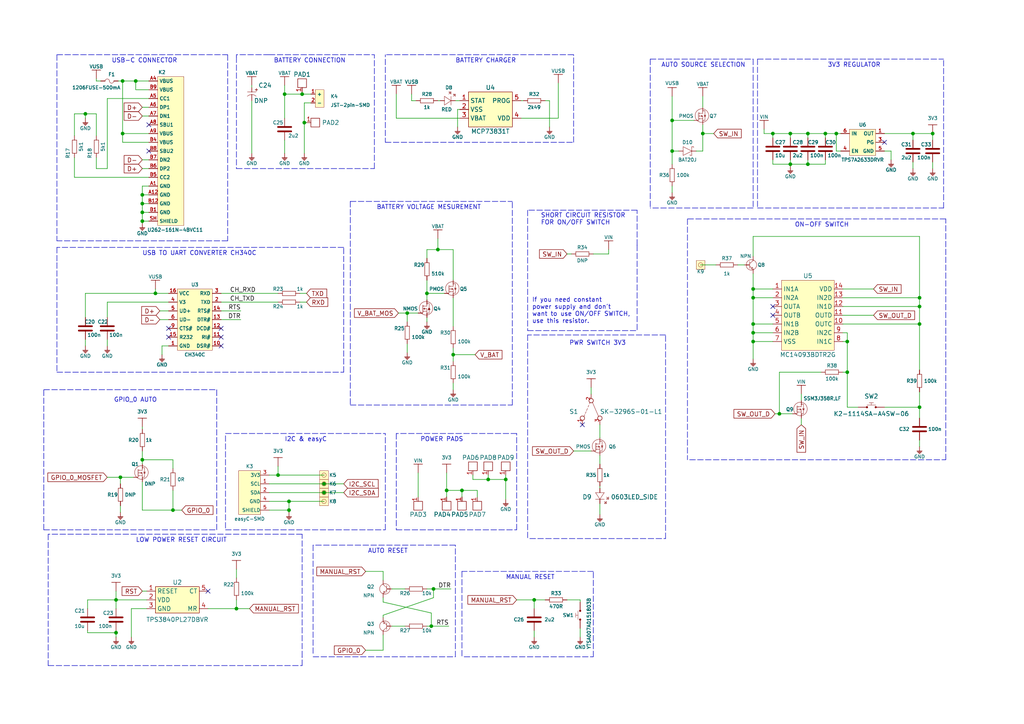
<source format=kicad_sch>
(kicad_sch (version 20211123) (generator eeschema)
  (paper "A4")
  (lib_symbols
    (symbol "e-radionica.com schematics:0402LED" (pin_numbers hide) (pin_names (offset 0.254) hide)
      (property "Reference" "D" (at -0.635 2.54 0))
      (property "Value" "0402LED" (at 0 -2.54 0))
      (symbol "0402LED_1_1"
        (pin passive line (at -1.905 0 0) (length 1.27) (name "A") (number "1"))
        (pin passive line (at 2.54 0 180) (length 1.27) (name "K") (number "2"))
      )
    )
    (symbol "e-radionica.com schematics:0603C" (pin_numbers hide) (pin_names (offset 0.002))
      (property "Reference" "C" (at 0 3.81 0))
      (property "Value" "0603C" (at 0 -3.175 0))
      (symbol "0603C_1_1"
        (pin passive line (at -3.175 0 0) (length 2.54) (name "~") (number "1"))
        (pin passive line (at 3.175 0 180) (length 2.54) (name "~") (number "2"))
      )
    )
    (symbol "e-radionica.com schematics:0603LED_SIDE" (pin_numbers hide) (pin_names hide)
      (property "Reference" "D" (at -1.27 2.54 0))
      (property "Value" "0603LED_SIDE" (at 0 -2.286 0))
      (symbol "0603LED_SIDE_1_1"
        (pin passive line (at -2.54 0 0) (length 1.27) (name "A") (number "1"))
        (pin passive line (at 1.905 0 180) (length 1.27) (name "K") (number "2"))
      )
    )
    (symbol "e-radionica.com schematics:0603R" (pin_numbers hide) (pin_names (offset 0.254))
      (property "Reference" "R" (at 0 1.27 0))
      (property "Value" "0603R" (at 0 -1.905 0))
      (symbol "0603R_1_1"
        (pin passive line (at -3.175 0 0) (length 1.27) (name "~") (number "1"))
        (pin passive line (at 3.175 0 180) (length 1.27) (name "~") (number "2"))
      )
    )
    (symbol "e-radionica.com schematics:1206C" (pin_numbers hide)
      (property "Reference" "C" (at 0 3.81 0))
      (property "Value" "1206C" (at 0 -3.175 0))
      (symbol "1206C_1_1"
        (pin passive line (at -3.175 0 0) (length 2.54) (name "~") (number "1"))
        (pin passive line (at 3.175 0 180) (length 2.54) (name "~") (number "2"))
      )
    )
    (symbol "e-radionica.com schematics:1206FUSE" (pin_numbers hide) (pin_names hide)
      (property "Reference" "F" (at -1.27 1.905 0))
      (property "Value" "1206FUSE" (at 0 -1.905 0))
      (symbol "1206FUSE_1_1"
        (pin passive line (at -2.54 0 0) (length 1.27) (name "~") (number "1"))
        (pin passive line (at 2.54 0 180) (length 1.27) (name "~") (number "2"))
      )
    )
    (symbol "e-radionica.com schematics:2917C" (pin_numbers hide) (pin_names hide)
      (property "Reference" "C?" (at 0 0 0))
      (property "Value" "2917C" (at 0 0 0))
      (symbol "2917C_0_0"
        (text "+" (at -0.635 -1.27 0) (effects (font (size 1 1))))
      )
      (symbol "2917C_1_1"
        (pin input line (at -1.27 -2.54 0) (length 1.27) (name "+") (number "1"))
        (pin input line (at 2.54 -2.54 180) (length 1.8) (name "-") (number "2"))
      )
    )
    (symbol "e-radionica.com schematics:3V3" (power) (pin_names (offset 0))
      (property "Value" "3V3" (at 0 3.556 0))
      (symbol "3V3_1_1"
        (pin power_in line (at 0 0 90) (length 0) hide (name "3V3") (number "1"))
      )
    )
    (symbol "e-radionica.com schematics:BAT20J" (pin_numbers hide) (pin_names hide)
      (property "Reference" "D" (at 0 2.54 0))
      (property "Value" "BAT20J" (at 0 -2.54 0))
      (symbol "BAT20J_1_1"
        (pin input line (at -2.54 0 0) (length 1.27) (name "A") (number "1"))
        (pin input line (at 2.54 0 180) (length 1.27) (name "C") (number "2"))
      )
    )
    (symbol "e-radionica.com schematics:CH340C"
      (property "Reference" "U" (at -3.81 10.16 0))
      (property "Value" "CH340C" (at 0 -10.16 0))
      (symbol "CH340C_1_1"
        (pin passive line (at -7.62 -7.62 0) (length 2.54) (name "GND") (number "1"))
        (pin passive line (at 7.62 -7.62 180) (length 2.54) (name "DSR#") (number "10"))
        (pin passive line (at 7.62 -5.08 180) (length 2.54) (name "RI#") (number "11"))
        (pin passive line (at 7.62 -2.54 180) (length 2.54) (name "DCD#") (number "12"))
        (pin passive line (at 7.62 0 180) (length 2.54) (name "DTR#") (number "13"))
        (pin passive line (at 7.62 2.54 180) (length 2.54) (name "RTS#") (number "14"))
        (pin passive line (at -7.62 -5.08 0) (length 2.54) (name "R232") (number "15"))
        (pin passive line (at -7.62 7.62 0) (length 2.54) (name "VCC") (number "16"))
        (pin passive line (at 7.62 5.08 180) (length 2.54) (name "TXD") (number "2"))
        (pin passive line (at 7.62 7.62 180) (length 2.54) (name "RXD") (number "3"))
        (pin passive line (at -7.62 5.08 0) (length 2.54) (name "V3") (number "4"))
        (pin passive line (at -7.62 2.54 0) (length 2.54) (name "UD+") (number "5"))
        (pin passive line (at -7.62 0 0) (length 2.54) (name "UD-") (number "6"))
        (pin passive line (at -7.62 -2.54 0) (length 2.54) (name "CTS#") (number "9"))
      )
    )
    (symbol "e-radionica.com schematics:GND" (power) (pin_names (offset 0))
      (property "Value" "GND" (at 0 -2.921 0))
      (symbol "GND_1_1"
        (pin power_in line (at 0 0 270) (length 0) hide (name "GND") (number "1"))
      )
    )
    (symbol "e-radionica.com schematics:HEADER_MALE_1X1_Inkplate" (pin_numbers hide) (pin_names hide)
      (property "Reference" "K" (at 0 2.54 0))
      (property "Value" "HEADER_MALE_1X1_Inkplate" (at 0 -2.54 0))
      (symbol "HEADER_MALE_1X1_Inkplate_1_1"
        (pin passive line (at 0 0 180) (length 0) (name "~") (number "1"))
      )
    )
    (symbol "e-radionica.com schematics:JST-2pin-SMD"
      (property "Reference" "K" (at 0 3.81 0))
      (property "Value" "JST-2pin-SMD" (at 1.27 -3.81 0))
      (symbol "JST-2pin-SMD_1_1"
        (pin passive line (at 2.54 -1.27 180) (length 1.27) (name "+") (number "1"))
        (pin passive line (at 2.54 1.27 180) (length 1.27) (name "-") (number "2"))
      )
    )
    (symbol "e-radionica.com schematics:K2-1114SA-A4SW-06" (pin_numbers hide) (pin_names hide)
      (property "Reference" "SW" (at 0 2.54 0))
      (property "Value" "K2-1114SA-A4SW-06" (at 0 -2.54 0))
      (symbol "K2-1114SA-A4SW-06_1_1"
        (pin passive line (at -3.81 0 0) (length 2.54) (name "~") (number "1"))
        (pin passive line (at 3.81 0 180) (length 2.54) (name "~") (number "2"))
      )
    )
    (symbol "e-radionica.com schematics:MC14093BDTR2G"
      (property "Reference" "U" (at 0 15.24 0))
      (property "Value" "MC14093BDTR2G" (at 0 -7.62 0))
      (symbol "MC14093BDTR2G_1_1"
        (pin output line (at -10.16 11.43 0) (length 2.54) (name "IN1A") (number "1"))
        (pin output line (at 10.16 1.27 180) (length 2.54) (name "OUTC") (number "10"))
        (pin output line (at 10.16 3.81 180) (length 2.54) (name "OUTD") (number "11"))
        (pin output line (at 10.16 6.35 180) (length 2.54) (name "IN1D") (number "12"))
        (pin output line (at 10.16 8.89 180) (length 2.54) (name "IN2D") (number "13"))
        (pin output line (at 10.16 11.43 180) (length 2.54) (name "VDD") (number "14"))
        (pin output line (at -10.16 8.89 0) (length 2.54) (name "IN2A") (number "2"))
        (pin output line (at -10.16 6.35 0) (length 2.54) (name "OUTA") (number "3"))
        (pin output line (at -10.16 3.81 0) (length 2.54) (name "OUTB") (number "4"))
        (pin output line (at -10.16 1.27 0) (length 2.54) (name "IN1B") (number "5"))
        (pin output line (at -10.16 -1.27 0) (length 2.54) (name "IN2B") (number "6"))
        (pin output line (at -10.16 -3.81 0) (length 2.54) (name "VSS") (number "7"))
        (pin output line (at 10.16 -3.81 180) (length 2.54) (name "IN1C") (number "8"))
        (pin output line (at 10.16 -1.27 180) (length 2.54) (name "IN2C") (number "9"))
      )
    )
    (symbol "e-radionica.com schematics:MCP73831T"
      (property "Reference" "U" (at 0 6.35 0))
      (property "Value" "MCP73831T" (at 0 -6.35 0))
      (symbol "MCP73831T_1_1"
        (pin output line (at -8.89 2.54 0) (length 2.54) (name "STAT") (number "1"))
        (pin output line (at -8.89 0 0) (length 2.54) (name "VSS") (number "2"))
        (pin output line (at -8.89 -2.54 0) (length 2.54) (name "VBAT") (number "3"))
        (pin output line (at 8.89 -2.54 180) (length 2.54) (name "VDD") (number "4"))
        (pin output line (at 8.89 2.54 180) (length 2.54) (name "PROG") (number "5"))
      )
    )
    (symbol "e-radionica.com schematics:NMOS-SOT-23-3" (pin_numbers hide) (pin_names hide)
      (property "Reference" "Q" (at -1.143 2.921 0))
      (property "Value" "NMOS-SOT-23-3" (at 1.524 -3.937 0))
      (symbol "NMOS-SOT-23-3_1_1"
        (pin passive line (at -1.27 -1.27 0) (length 1.27) (name "G") (number "1"))
        (pin passive line (at 1.27 -2.54 90) (length 1.27) (name "S") (number "2"))
        (pin passive line (at 1.27 2.54 270) (length 1.27) (name "D") (number "3"))
      )
    )
    (symbol "e-radionica.com schematics:NPN-SOT-23-3" (pin_numbers hide) (pin_names hide)
      (property "Reference" "Q" (at -2.286 2.921 0))
      (property "Value" "NPN-SOT-23-3" (at 0 -3.81 0))
      (symbol "NPN-SOT-23-3_1_1"
        (pin passive line (at -2.54 0 0) (length 1.27) (name "B") (number "1"))
        (pin passive line (at 0 -2.54 90) (length 1.27) (name "E") (number "2"))
        (pin passive line (at 0 2.54 270) (length 1.27) (name "C") (number "3"))
      )
    )
    (symbol "e-radionica.com schematics:PAD_4x4"
      (property "Reference" "PAD" (at 0 2.54 0))
      (property "Value" "PAD_4x4" (at 0 -2.54 0))
      (symbol "PAD_4x4_1_1"
        (pin passive line (at -2.54 0 0) (length 1.27) (name "") (number "1"))
      )
    )
    (symbol "e-radionica.com schematics:PMOS-SOT-23-3" (pin_numbers hide) (pin_names hide)
      (property "Reference" "Q" (at -1.27 2.54 0))
      (property "Value" "PMOS-SOT-23-3" (at 0.381 -4.064 0))
      (symbol "PMOS-SOT-23-3_1_1"
        (pin passive line (at -1.27 -1.27 0) (length 1.27) (name "G") (number "1"))
        (pin passive line (at 1.27 -2.54 90) (length 1.27) (name "S") (number "2"))
        (pin passive line (at 1.27 2.54 270) (length 1.27) (name "D") (number "3"))
      )
    )
    (symbol "e-radionica.com schematics:SK-3296S-01-L1"
      (property "Reference" "S" (at 0 3.81 0))
      (property "Value" "SK-3296S-01-L1" (at 0 -6.35 0))
      (symbol "SK-3296S-01-L1_1_1"
        (pin input inverted (at 3.81 2.54 180) (length 2.54) (name "") (number "1"))
        (pin input inverted (at -5.08 0 0) (length 2.54) (name "") (number "2"))
        (pin input inverted (at 3.81 -2.54 180) (length 2.54) (name "") (number "3"))
      )
    )
    (symbol "e-radionica.com schematics:TPS3840PL27DBVR"
      (property "Reference" "U" (at 0 5.08 0))
      (property "Value" "TPS3840PL27DBVR" (at 0 -5.08 0))
      (symbol "TPS3840PL27DBVR_1_1"
        (pin input line (at -8.89 2.54 0) (length 2.54) (name "RESET") (number "1"))
        (pin input line (at -8.89 0 0) (length 2.54) (name "VDD") (number "2"))
        (pin input line (at -8.89 -2.54 0) (length 2.54) (name "GND") (number "3"))
        (pin input line (at 8.89 -2.54 180) (length 2.54) (name "MR") (number "4"))
        (pin input line (at 8.89 2.54 180) (length 2.54) (name "CT") (number "5"))
      )
    )
    (symbol "e-radionica.com schematics:TPS7A2633DRVR"
      (property "Reference" "U" (at -3.175 5.08 0))
      (property "Value" "TPS7A2633DRVR" (at 0 -5.08 0))
      (symbol "TPS7A2633DRVR_1_1"
        (pin passive line (at 6.35 2.54 180) (length 2.54) (name "OUT") (number "1"))
        (pin passive line (at 6.35 0 180) (length 2.54) (name "PG") (number "3"))
        (pin passive line (at -6.35 -2.54 0) (length 2.54) (name "EN") (number "4"))
        (pin passive line (at 6.35 -2.54 180) (length 2.54) (name "GND") (number "5"))
        (pin passive line (at -6.35 2.54 0) (length 2.54) (name "IN") (number "6"))
      )
    )
    (symbol "e-radionica.com schematics:U262-161N-4BVC11"
      (property "Reference" "K" (at 0 22.86 0))
      (property "Value" "U262-161N-4BVC11" (at 2.54 -22.86 0))
      (symbol "U262-161N-4BVC11_1_1"
        (pin passive line (at -3.81 -10.16 0) (length 2.54) (name "GND") (number "A1"))
        (pin passive line (at -3.81 -12.7 0) (length 2.54) (name "GND") (number "A12"))
        (pin passive line (at -3.81 20.32 0) (length 2.54) (name "VBUS") (number "A4"))
        (pin passive line (at -3.81 15.24 0) (length 2.54) (name "CC1") (number "A5"))
        (pin passive line (at -3.81 12.7 0) (length 2.54) (name "DP1") (number "A6"))
        (pin passive line (at -3.81 10.16 0) (length 2.54) (name "DN1") (number "A7"))
        (pin passive line (at -3.81 7.62 0) (length 2.54) (name "SBU1") (number "A8"))
        (pin passive line (at -3.81 5.08 0) (length 2.54) (name "VBUS") (number "A9"))
        (pin passive line (at -3.81 -17.78 0) (length 2.54) (name "GND") (number "B1"))
        (pin passive line (at -3.81 -15.24 0) (length 2.54) (name "GND") (number "B12"))
        (pin passive line (at -3.81 2.54 0) (length 2.54) (name "VBUS") (number "B4"))
        (pin passive line (at -3.81 -7.62 0) (length 2.54) (name "CC2") (number "B5"))
        (pin passive line (at -3.81 -5.08 0) (length 2.54) (name "DP2") (number "B6"))
        (pin passive line (at -3.81 -2.54 0) (length 2.54) (name "DN2") (number "B7"))
        (pin passive line (at -3.81 0 0) (length 2.54) (name "SBU2") (number "B8"))
        (pin passive line (at -3.81 17.78 0) (length 2.54) (name "VBUS") (number "B9"))
        (pin passive line (at -3.81 -20.32 0) (length 2.54) (name "SHIELD") (number "SH"))
      )
    )
    (symbol "e-radionica.com schematics:VBAT" (power) (pin_names (offset 0))
      (property "Value" "VBAT" (at 0 3.556 0))
      (symbol "VBAT_1_1"
        (pin power_in line (at 0 0 90) (length 0) hide (name "VBAT") (number "1"))
      )
    )
    (symbol "e-radionica.com schematics:VIN" (power) (pin_names (offset 0))
      (property "Value" "VIN" (at 0 3.556 0))
      (symbol "VIN_1_1"
        (pin power_in line (at 0 0 90) (length 0) hide (name "VIN") (number "1"))
      )
    )
    (symbol "e-radionica.com schematics:VUSB" (power) (pin_names (offset 0))
      (property "Value" "VUSB" (at 0 3.556 0))
      (symbol "VUSB_1_1"
        (pin power_in line (at 0 0 90) (length 0) hide (name "VUSB") (number "1"))
      )
    )
    (symbol "e-radionica.com schematics:YTSA007A0151803B" (pin_numbers hide) (pin_names hide)
      (property "Reference" "SW" (at -1.016 2.286 0))
      (property "Value" "YTSA007A0151803B" (at 1.778 -2.032 0))
      (symbol "YTSA007A0151803B_1_1"
        (pin passive line (at -2.54 0 0) (length 2.54) (name "~") (number "1"))
        (pin passive line (at 5.08 0 180) (length 2.54) (name "~") (number "2"))
      )
    )
    (symbol "e-radionica.com schematics:easyC-SMD" (pin_names (offset 0.002))
      (property "Reference" "K" (at 0 10.16 0))
      (property "Value" "easyC-SMD" (at 0 -5.08 0))
      (symbol "easyC-SMD_1_1"
        (pin passive line (at 5.715 5.08 180) (length 2.54) (name "SCL") (number "1"))
        (pin passive line (at 5.715 2.54 180) (length 2.54) (name "SDA") (number "2"))
        (pin passive line (at 5.715 7.62 180) (length 2.54) (name "3V3") (number "3"))
        (pin passive line (at 5.715 0 180) (length 2.54) (name "GND") (number "4"))
        (pin passive line (at 5.715 -2.54 180) (length 2.54) (name "SHIELD") (number "5"))
      )
    )
  )
  (junction (at 224.155 38.735))
  (junction (at 218.44 99.06))
  (junction (at 88.265 35.56))
  (junction (at 245.745 107.95))
  (junction (at 127 72.39))
  (junction (at 239.395 38.735))
  (junction (at 154.94 173.99))
  (junction (at 266.7 88.9))
  (junction (at 34.925 138.43))
  (junction (at 194.945 43.815))
  (junction (at 35.56 38.735) (diameter 0.9144))
  (junction (at 41.275 61.595) (diameter 0.9144))
  (junction (at 41.275 56.515) (diameter 0.9144))
  (junction (at 194.945 34.925))
  (junction (at 218.44 86.36))
  (junction (at 45.085 85.09))
  (junction (at 123.825 85.09))
  (junction (at 118.11 90.805))
  (junction (at 24.765 33.02) (diameter 0.9144))
  (junction (at 41.275 64.135) (diameter 0.9144))
  (junction (at 264.795 38.735))
  (junction (at 218.44 93.98))
  (junction (at 226.06 120.015))
  (junction (at 83.82 145.415))
  (junction (at 234.315 38.735))
  (junction (at 242.57 38.735))
  (junction (at 218.44 96.52))
  (junction (at 270.51 38.735))
  (junction (at 33.655 183.515))
  (junction (at 125.73 170.815))
  (junction (at 87.63 27.305))
  (junction (at 266.7 118.11))
  (junction (at 93.98 142.875))
  (junction (at 129.54 142.24))
  (junction (at 245.745 99.06))
  (junction (at 141.605 139.065))
  (junction (at 93.98 140.335))
  (junction (at 41.275 59.055) (diameter 0.9144))
  (junction (at 146.685 139.065))
  (junction (at 39.37 23.495) (diameter 0.9144))
  (junction (at 50.165 147.955))
  (junction (at 133.985 142.24))
  (junction (at 266.7 86.36))
  (junction (at 82.55 27.305))
  (junction (at 229.235 38.735))
  (junction (at 83.82 147.955))
  (junction (at 41.275 133.35))
  (junction (at 125.095 181.61))
  (junction (at 35.56 23.495) (diameter 0.9144))
  (junction (at 234.315 47.625))
  (junction (at 266.7 93.98))
  (junction (at 33.655 173.99))
  (junction (at 218.44 83.82))
  (junction (at 229.235 47.625))
  (junction (at 68.58 176.53))
  (junction (at 80.645 137.795))
  (junction (at 203.835 38.735))
  (junction (at 131.445 102.87))
  (no_connect (at 48.895 95.25))
  (no_connect (at 224.155 91.44))
  (no_connect (at 64.135 95.25))
  (no_connect (at 43.18 43.815))
  (no_connect (at 168.91 123.19))
  (no_connect (at 48.895 97.79))
  (no_connect (at 224.155 88.9))
  (no_connect (at 64.135 100.33))
  (no_connect (at 256.54 41.275))
  (no_connect (at 60.325 171.45))
  (no_connect (at 43.18 36.195))
  (no_connect (at 64.135 97.79))
  (wire (pts (xy 270.51 46.99) (xy 270.51 48.895)))
  (wire (pts (xy 60.325 176.53) (xy 68.58 176.53)))
  (wire (pts (xy 120.65 29.21) (xy 119.38 29.21)))
  (polyline (pts (xy 184.785 60.96) (xy 153.035 60.96)))
  (wire (pts (xy 133.985 144.145) (xy 133.985 142.24)))
  (polyline (pts (xy 99.695 107.95) (xy 99.695 71.755)))
  (wire (pts (xy 244.475 91.44) (xy 253.365 91.44)))
  (wire (pts (xy 229.235 38.735) (xy 234.315 38.735)))
  (wire (pts (xy 244.475 88.9) (xy 266.7 88.9)))
  (polyline (pts (xy 149.86 153.67) (xy 149.86 125.73)))
  (wire (pts (xy 244.475 83.82) (xy 253.365 83.82)))
  (wire (pts (xy 111.125 165.735) (xy 111.125 168.275)))
  (wire (pts (xy 245.745 118.11) (xy 245.745 107.95)))
  (wire (pts (xy 248.92 118.11) (xy 245.745 118.11)))
  (polyline (pts (xy 68.58 48.895) (xy 108.585 48.895)))
  (wire (pts (xy 78.105 140.335) (xy 93.98 140.335)))
  (wire (pts (xy 234.315 46.355) (xy 234.315 47.625)))
  (wire (pts (xy 93.98 142.875) (xy 99.695 142.875)))
  (polyline (pts (xy 16.51 76.2) (xy 16.51 107.95)))
  (wire (pts (xy 24.765 85.09) (xy 45.085 85.09)))
  (wire (pts (xy 238.125 107.95) (xy 226.06 107.95)))
  (wire (pts (xy 88.265 29.845) (xy 90.17 29.845)))
  (wire (pts (xy 41.275 171.45) (xy 42.545 171.45)))
  (wire (pts (xy 50.165 147.955) (xy 52.705 147.955)))
  (wire (pts (xy 158.115 29.21) (xy 159.385 29.21)))
  (wire (pts (xy 25.4 182.88) (xy 25.4 183.515)))
  (wire (pts (xy 133.985 142.24) (xy 138.43 142.24)))
  (wire (pts (xy 125.095 181.61) (xy 130.175 181.61)))
  (wire (pts (xy 203.835 36.195) (xy 203.835 38.735)))
  (wire (pts (xy 123.825 81.28) (xy 123.825 85.09)))
  (wire (pts (xy 31.115 48.895) (xy 31.115 28.575)))
  (polyline (pts (xy 68.58 15.875) (xy 68.58 16.51)))
  (wire (pts (xy 127 29.21) (xy 127.635 29.21)))
  (polyline (pts (xy 166.37 41.275) (xy 166.37 15.875)))
  (wire (pts (xy 258.445 43.815) (xy 258.445 46.355)))
  (wire (pts (xy 68.58 176.53) (xy 72.39 176.53)))
  (polyline (pts (xy 66.04 69.85) (xy 16.51 69.85)) (stroke (width 0) (type dash)))
  (wire (pts (xy 82.55 40.64) (xy 82.55 44.45)))
  (wire (pts (xy 242.57 43.815) (xy 242.57 38.735)))
  (polyline (pts (xy 148.59 117.475) (xy 148.59 58.42)))
  (wire (pts (xy 123.825 181.61) (xy 125.095 181.61)))
  (wire (pts (xy 154.94 173.99) (xy 158.115 173.99)))
  (polyline (pts (xy 172.085 190.5) (xy 172.085 165.735)))
  (wire (pts (xy 266.7 118.11) (xy 266.7 121.285)))
  (polyline (pts (xy 87.63 154.94) (xy 13.97 154.94)))
  (polyline (pts (xy 16.51 71.755) (xy 16.51 76.2)))
  (wire (pts (xy 123.825 170.815) (xy 125.73 170.815)))
  (wire (pts (xy 88.265 29.845) (xy 88.265 35.56)))
  (polyline (pts (xy 12.7 153.67) (xy 62.865 153.67)))
  (polyline (pts (xy 134.62 190.5) (xy 172.085 190.5)))
  (polyline (pts (xy 218.44 17.145) (xy 218.44 60.325)))
  (wire (pts (xy 132.08 29.21) (xy 133.35 29.21)))
  (polyline (pts (xy 65.405 153.67) (xy 111.76 153.67)))
  (wire (pts (xy 45.085 83.82) (xy 45.085 85.09)))
  (wire (pts (xy 266.7 127.635) (xy 266.7 129.54)))
  (wire (pts (xy 218.44 93.98) (xy 218.44 96.52)))
  (wire (pts (xy 154.94 182.88) (xy 154.94 184.785)))
  (wire (pts (xy 125.73 173.355) (xy 111.125 178.435)))
  (wire (pts (xy 173.99 132.08) (xy 173.99 134.62)))
  (wire (pts (xy 86.995 87.63) (xy 88.9 87.63)))
  (wire (pts (xy 41.275 33.655) (xy 43.18 33.655)))
  (wire (pts (xy 224.155 47.625) (xy 229.235 47.625)))
  (wire (pts (xy 106.045 165.735) (xy 111.125 165.735)))
  (wire (pts (xy 226.06 120.015) (xy 229.87 120.015)))
  (wire (pts (xy 41.275 130.81) (xy 41.275 133.35)))
  (wire (pts (xy 224.155 96.52) (xy 218.44 96.52)))
  (wire (pts (xy 80.645 137.795) (xy 93.98 137.795)))
  (wire (pts (xy 244.475 86.36) (xy 266.7 86.36)))
  (wire (pts (xy 41.275 64.135) (xy 41.275 64.77)))
  (wire (pts (xy 239.395 47.625) (xy 234.315 47.625)))
  (wire (pts (xy 123.825 92.075) (xy 123.825 93.345)))
  (polyline (pts (xy 114.935 125.73) (xy 114.935 153.67)))
  (wire (pts (xy 86.995 85.09) (xy 88.9 85.09)))
  (wire (pts (xy 234.315 47.625) (xy 229.235 47.625)))
  (wire (pts (xy 224.155 83.82) (xy 218.44 83.82)))
  (wire (pts (xy 123.825 85.09) (xy 123.825 86.995)))
  (wire (pts (xy 41.275 61.595) (xy 41.275 64.135)))
  (wire (pts (xy 224.155 46.355) (xy 224.155 47.625)))
  (wire (pts (xy 166.37 130.81) (xy 171.45 130.81)))
  (polyline (pts (xy 193.04 97.155) (xy 153.035 97.155)))
  (wire (pts (xy 111.125 174.625) (xy 125.095 177.8)))
  (polyline (pts (xy 101.6 58.42) (xy 101.6 117.475)))
  (wire (pts (xy 141.605 139.065) (xy 146.685 139.065)))
  (wire (pts (xy 234.315 38.735) (xy 239.395 38.735)))
  (wire (pts (xy 114.935 34.29) (xy 133.35 34.29)))
  (wire (pts (xy 131.445 100.965) (xy 131.445 102.87)))
  (wire (pts (xy 224.79 120.015) (xy 226.06 120.015)))
  (polyline (pts (xy 62.865 113.03) (xy 62.865 114.935)))
  (wire (pts (xy 164.465 73.66) (xy 165.735 73.66)))
  (wire (pts (xy 127 69.215) (xy 127 72.39)))
  (wire (pts (xy 43.18 53.975) (xy 41.275 53.975)))
  (wire (pts (xy 239.395 46.355) (xy 239.395 47.625)))
  (wire (pts (xy 229.235 46.355) (xy 229.235 47.625)))
  (wire (pts (xy 33.655 173.99) (xy 42.545 173.99)))
  (polyline (pts (xy 274.32 133.35) (xy 274.32 63.5)))
  (wire (pts (xy 83.82 145.415) (xy 93.98 145.415)))
  (wire (pts (xy 35.56 23.495) (xy 39.37 23.495)))
  (polyline (pts (xy 132.08 158.115) (xy 90.805 158.115)))
  (wire (pts (xy 111.125 188.595) (xy 111.125 184.15)))
  (wire (pts (xy 33.655 176.53) (xy 33.655 173.99)))
  (polyline (pts (xy 111.76 153.67) (xy 111.76 125.73)))
  (polyline (pts (xy 16.51 107.95) (xy 99.695 107.95)))
  (wire (pts (xy 35.56 38.735) (xy 35.56 41.275)))
  (wire (pts (xy 82.55 27.305) (xy 87.63 27.305)))
  (wire (pts (xy 264.795 38.735) (xy 264.795 40.64)))
  (wire (pts (xy 171.45 112.395) (xy 171.45 114.3)))
  (wire (pts (xy 43.18 41.275) (xy 35.56 41.275)))
  (polyline (pts (xy 99.695 71.755) (xy 16.51 71.755)))
  (wire (pts (xy 203.835 38.735) (xy 207.01 38.735)))
  (polyline (pts (xy 188.595 17.145) (xy 218.44 17.145)))
  (wire (pts (xy 25.4 176.53) (xy 25.4 173.99)))
  (polyline (pts (xy 153.035 95.885) (xy 184.785 95.885)))
  (wire (pts (xy 131.445 102.87) (xy 137.795 102.87)))
  (wire (pts (xy 133.35 31.75) (xy 132.715 31.75)))
  (polyline (pts (xy 114.935 153.67) (xy 149.86 153.67)))
  (polyline (pts (xy 111.76 41.275) (xy 166.37 41.275)))
  (polyline (pts (xy 153.67 156.21) (xy 193.04 156.21)))
  (wire (pts (xy 73.025 29.21) (xy 73.025 44.45)))
  (wire (pts (xy 41.275 48.895) (xy 43.18 48.895)))
  (wire (pts (xy 123.825 85.09) (xy 128.905 85.09)))
  (polyline (pts (xy 184.785 71.12) (xy 184.785 95.885)))
  (wire (pts (xy 266.7 86.36) (xy 266.7 88.9)))
  (wire (pts (xy 224.155 38.735) (xy 229.235 38.735)))
  (wire (pts (xy 266.7 113.665) (xy 266.7 118.11)))
  (wire (pts (xy 35.56 38.735) (xy 43.18 38.735)))
  (wire (pts (xy 106.045 188.595) (xy 111.125 188.595)))
  (wire (pts (xy 256.54 118.11) (xy 266.7 118.11)))
  (polyline (pts (xy 200.025 133.35) (xy 274.32 133.35)))
  (wire (pts (xy 243.84 43.815) (xy 242.57 43.815)))
  (wire (pts (xy 88.265 44.45) (xy 88.265 35.56)))
  (polyline (pts (xy 68.58 16.51) (xy 68.58 48.895)))
  (wire (pts (xy 137.16 137.795) (xy 137.16 139.065)))
  (wire (pts (xy 203.835 38.735) (xy 203.835 43.815)))
  (wire (pts (xy 50.165 135.89) (xy 50.165 133.35)))
  (wire (pts (xy 218.44 83.82) (xy 218.44 86.36)))
  (wire (pts (xy 151.13 29.21) (xy 151.765 29.21)))
  (wire (pts (xy 41.275 139.7) (xy 41.275 147.955)))
  (wire (pts (xy 41.275 59.055) (xy 43.18 59.055)))
  (wire (pts (xy 264.795 46.99) (xy 264.795 48.895)))
  (wire (pts (xy 21.59 33.02) (xy 24.765 33.02)))
  (wire (pts (xy 270.51 40.64) (xy 270.51 38.735)))
  (wire (pts (xy 118.11 90.805) (xy 118.11 93.345)))
  (wire (pts (xy 137.16 139.065) (xy 141.605 139.065)))
  (wire (pts (xy 27.94 33.02) (xy 27.94 39.37)))
  (polyline (pts (xy 78.105 15.875) (xy 68.58 15.875)))
  (polyline (pts (xy 90.805 190.5) (xy 132.08 190.5)))
  (wire (pts (xy 68.58 173.99) (xy 68.58 176.53)))
  (wire (pts (xy 131.445 102.87) (xy 131.445 104.775)))
  (wire (pts (xy 27.94 23.495) (xy 27.94 22.86)))
  (wire (pts (xy 224.155 38.735) (xy 224.155 40.005)))
  (wire (pts (xy 24.765 33.02) (xy 24.765 34.29)))
  (wire (pts (xy 224.155 93.98) (xy 218.44 93.98)))
  (wire (pts (xy 25.4 173.99) (xy 33.655 173.99)))
  (wire (pts (xy 266.7 88.9) (xy 266.7 93.98)))
  (wire (pts (xy 172.085 73.66) (xy 176.53 73.66)))
  (wire (pts (xy 232.41 114.3) (xy 232.41 116.205)))
  (wire (pts (xy 161.925 24.13) (xy 161.925 34.29)))
  (polyline (pts (xy 66.04 15.875) (xy 66.04 69.85)) (stroke (width 0) (type dash)))
  (wire (pts (xy 203.835 43.815) (xy 201.93 43.815)))
  (wire (pts (xy 31.115 138.43) (xy 34.925 138.43)))
  (polyline (pts (xy 273.685 60.325) (xy 273.685 17.145)))
  (wire (pts (xy 229.235 47.625) (xy 229.235 48.26)))
  (polyline (pts (xy 133.985 165.735) (xy 133.985 190.5)))
  (wire (pts (xy 41.275 59.055) (xy 41.275 61.595)))
  (wire (pts (xy 115.57 90.805) (xy 118.11 90.805)))
  (polyline (pts (xy 90.805 158.115) (xy 90.805 189.865)))
  (wire (pts (xy 24.765 98.425) (xy 24.765 100.33)))
  (wire (pts (xy 73.025 24.765) (xy 73.025 25.4)))
  (polyline (pts (xy 132.08 190.5) (xy 132.08 158.115)))
  (wire (pts (xy 121.285 90.805) (xy 118.11 90.805)))
  (wire (pts (xy 34.925 140.335) (xy 34.925 138.43)))
  (wire (pts (xy 131.445 111.125) (xy 131.445 113.03)))
  (wire (pts (xy 82.55 24.765) (xy 82.55 27.305)))
  (wire (pts (xy 87.63 27.305) (xy 90.17 27.305)))
  (wire (pts (xy 132.715 31.75) (xy 132.715 36.83)))
  (wire (pts (xy 41.275 56.515) (xy 41.275 59.055)))
  (wire (pts (xy 221.615 38.735) (xy 224.155 38.735)))
  (polyline (pts (xy 12.7 113.03) (xy 62.865 113.03)))
  (wire (pts (xy 64.135 90.17) (xy 69.85 90.17)))
  (wire (pts (xy 266.7 93.98) (xy 266.7 107.315)))
  (wire (pts (xy 239.395 38.735) (xy 242.57 38.735)))
  (polyline (pts (xy 16.51 76.2) (xy 16.51 76.2)))
  (polyline (pts (xy 153.035 60.96) (xy 153.035 95.885)))
  (wire (pts (xy 194.945 53.975) (xy 194.945 55.88)))
  (polyline (pts (xy 101.6 117.475) (xy 148.59 117.475)))
  (wire (pts (xy 218.44 96.52) (xy 218.44 99.06)))
  (wire (pts (xy 35.56 38.735) (xy 35.56 23.495)))
  (wire (pts (xy 270.51 38.735) (xy 264.795 38.735)))
  (wire (pts (xy 31.115 92.075) (xy 31.115 87.63)))
  (wire (pts (xy 50.165 147.955) (xy 50.165 142.24)))
  (wire (pts (xy 41.275 147.955) (xy 50.165 147.955)))
  (polyline (pts (xy 87.63 190.5) (xy 87.63 154.94)))
  (wire (pts (xy 111.125 178.435) (xy 111.125 179.07)))
  (wire (pts (xy 43.18 64.135) (xy 41.275 64.135)))
  (polyline (pts (xy 78.105 15.875) (xy 108.585 15.875)))
  (wire (pts (xy 149.86 173.99) (xy 154.94 173.99)))
  (wire (pts (xy 41.275 61.595) (xy 43.18 61.595)))
  (polyline (pts (xy 13.97 154.94) (xy 13.97 193.04)))
  (polyline (pts (xy 199.39 63.5) (xy 199.39 133.35)))
  (polyline (pts (xy 218.44 60.325) (xy 188.595 60.325)))
  (wire (pts (xy 194.945 34.925) (xy 201.295 34.925)))
  (wire (pts (xy 27.94 45.72) (xy 27.94 48.895)))
  (wire (pts (xy 232.41 121.285) (xy 232.41 123.19)))
  (wire (pts (xy 218.44 68.58) (xy 266.7 68.58)))
  (wire (pts (xy 168.275 173.99) (xy 168.275 174.625)))
  (polyline (pts (xy 12.7 153.67) (xy 12.7 113.03)))
  (wire (pts (xy 45.085 85.09) (xy 48.895 85.09)))
  (wire (pts (xy 93.98 140.335) (xy 99.695 140.335)))
  (wire (pts (xy 50.165 133.35) (xy 41.275 133.35)))
  (wire (pts (xy 245.745 107.95) (xy 245.745 99.06)))
  (polyline (pts (xy 166.37 15.875) (xy 111.76 15.875)))
  (wire (pts (xy 194.945 27.94) (xy 194.945 34.925)))
  (wire (pts (xy 31.115 87.63) (xy 48.895 87.63)))
  (polyline (pts (xy 108.585 48.895) (xy 108.585 15.875)))
  (polyline (pts (xy 219.71 17.145) (xy 273.685 17.145)))
  (wire (pts (xy 221.615 38.735) (xy 221.615 37.465)))
  (wire (pts (xy 226.06 107.95) (xy 226.06 120.015)))
  (wire (pts (xy 39.37 26.035) (xy 39.37 23.495)))
  (wire (pts (xy 138.43 144.145) (xy 138.43 142.24)))
  (wire (pts (xy 46.99 102.87) (xy 46.99 100.33)))
  (wire (pts (xy 80.645 137.795) (xy 80.645 135.255)))
  (wire (pts (xy 21.59 45.72) (xy 21.59 51.435)))
  (wire (pts (xy 21.59 33.02) (xy 21.59 39.37)))
  (wire (pts (xy 82.55 27.305) (xy 82.55 34.29)))
  (wire (pts (xy 31.115 98.425) (xy 31.115 100.33)))
  (wire (pts (xy 29.21 23.495) (xy 27.94 23.495)))
  (wire (pts (xy 159.385 29.21) (xy 159.385 36.83)))
  (wire (pts (xy 43.18 26.035) (xy 39.37 26.035)))
  (wire (pts (xy 39.37 23.495) (xy 43.18 23.495)))
  (wire (pts (xy 83.82 145.415) (xy 83.82 147.955)))
  (wire (pts (xy 245.745 96.52) (xy 244.475 96.52)))
  (wire (pts (xy 118.11 99.695) (xy 118.11 102.235)))
  (wire (pts (xy 64.135 87.63) (xy 80.645 87.63)))
  (wire (pts (xy 173.99 123.19) (xy 173.99 127)))
  (wire (pts (xy 78.105 137.795) (xy 80.645 137.795)))
  (polyline (pts (xy 172.085 165.735) (xy 133.985 165.735)))
  (polyline (pts (xy 62.865 153.67) (xy 62.865 114.3)))
  (wire (pts (xy 161.925 34.29) (xy 151.13 34.29)))
  (polyline (pts (xy 13.97 193.04) (xy 87.63 193.04)))
  (wire (pts (xy 146.685 137.795) (xy 146.685 139.065)))
  (wire (pts (xy 218.44 99.06) (xy 218.44 104.14)))
  (wire (pts (xy 38.1 176.53) (xy 42.545 176.53)))
  (wire (pts (xy 266.7 68.58) (xy 266.7 86.36)))
  (wire (pts (xy 244.475 93.98) (xy 266.7 93.98)))
  (wire (pts (xy 114.935 27.305) (xy 114.935 34.29)))
  (wire (pts (xy 146.685 139.065) (xy 146.685 144.78)))
  (wire (pts (xy 31.115 28.575) (xy 43.18 28.575)))
  (wire (pts (xy 34.925 138.43) (xy 38.735 138.43)))
  (polyline (pts (xy 16.51 15.875) (xy 16.51 69.85)) (stroke (width 0) (type dash)))
  (wire (pts (xy 218.44 86.36) (xy 218.44 93.98)))
  (wire (pts (xy 234.315 38.735) (xy 234.315 40.005)))
  (wire (pts (xy 87.63 26.67) (xy 87.63 27.305)))
  (wire (pts (xy 111.125 173.355) (xy 111.125 174.625)))
  (wire (pts (xy 125.73 170.815) (xy 125.73 173.355)))
  (wire (pts (xy 194.945 43.815) (xy 194.945 47.625)))
  (polyline (pts (xy 65.405 126.365) (xy 65.405 153.67)))
  (wire (pts (xy 46.355 92.71) (xy 48.895 92.71)))
  (wire (pts (xy 64.135 85.09) (xy 80.645 85.09)))
  (wire (pts (xy 125.73 170.815) (xy 130.81 170.815)))
  (wire (pts (xy 196.85 43.815) (xy 194.945 43.815)))
  (wire (pts (xy 25.4 183.515) (xy 33.655 183.515)))
  (wire (pts (xy 41.275 46.355) (xy 43.18 46.355)))
  (wire (pts (xy 123.825 72.39) (xy 123.825 74.93)))
  (polyline (pts (xy 188.595 17.145) (xy 188.595 60.325)))
  (polyline (pts (xy 274.32 63.5) (xy 199.39 63.5)))
  (wire (pts (xy 121.285 137.16) (xy 121.285 144.145)))
  (wire (pts (xy 173.99 146.05) (xy 173.99 149.225)))
  (wire (pts (xy 168.275 182.245) (xy 168.275 184.785)))
  (wire (pts (xy 133.985 142.24) (xy 129.54 142.24)))
  (wire (pts (xy 41.275 31.115) (xy 43.18 31.115)))
  (wire (pts (xy 41.275 53.975) (xy 41.275 56.515)))
  (wire (pts (xy 41.275 123.825) (xy 41.275 124.46)))
  (wire (pts (xy 33.655 183.515) (xy 33.655 184.785)))
  (wire (pts (xy 34.29 23.495) (xy 35.56 23.495)))
  (wire (pts (xy 33.655 182.88) (xy 33.655 183.515)))
  (wire (pts (xy 125.095 177.8) (xy 125.095 181.61)))
  (wire (pts (xy 127 72.39) (xy 123.825 72.39)))
  (polyline (pts (xy 111.76 15.875) (xy 111.76 16.51)))
  (wire (pts (xy 64.135 92.71) (xy 69.85 92.71)))
  (wire (pts (xy 41.275 56.515) (xy 43.18 56.515)))
  (wire (pts (xy 131.445 72.39) (xy 127 72.39)))
  (polyline (pts (xy 149.86 125.73) (xy 114.935 125.73)))
  (wire (pts (xy 78.105 145.415) (xy 83.82 145.415)))
  (wire (pts (xy 213.995 76.835) (xy 215.9 76.835)))
  (wire (pts (xy 203.835 27.94) (xy 203.835 31.115)))
  (wire (pts (xy 46.355 90.17) (xy 48.895 90.17)))
  (wire (pts (xy 33.655 171.45) (xy 33.655 173.99)))
  (polyline (pts (xy 87.63 193.04) (xy 87.63 190.5)))
  (wire (pts (xy 78.105 142.875) (xy 93.98 142.875)))
  (wire (pts (xy 113.665 170.815) (xy 117.475 170.815)))
  (wire (pts (xy 173.99 140.97) (xy 173.99 141.605)))
  (wire (pts (xy 129.54 142.24) (xy 129.54 144.145)))
  (wire (pts (xy 218.44 79.375) (xy 218.44 83.82)))
  (wire (pts (xy 154.94 176.53) (xy 154.94 173.99)))
  (polyline (pts (xy 193.04 156.21) (xy 193.04 97.155)))
  (wire (pts (xy 218.44 86.36) (xy 224.155 86.36)))
  (wire (pts (xy 164.465 173.99) (xy 168.275 173.99)))
  (wire (pts (xy 245.745 99.06) (xy 245.745 96.52)))
  (wire (pts (xy 129.54 137.16) (xy 129.54 142.24)))
  (wire (pts (xy 141.605 137.795) (xy 141.605 139.065)))
  (wire (pts (xy 244.475 107.95) (xy 245.745 107.95)))
  (wire (pts (xy 24.765 33.02) (xy 27.94 33.02)))
  (wire (pts (xy 113.665 181.61) (xy 117.475 181.61)))
  (wire (pts (xy 203.2 76.835) (xy 207.645 76.835)))
  (wire (pts (xy 176.53 72.39) (xy 176.53 73.66)))
  (wire (pts (xy 119.38 27.305) (xy 119.38 29.21)))
  (wire (pts (xy 68.58 165.1) (xy 68.58 167.64)))
  (wire (pts (xy 224.155 99.06) (xy 218.44 99.06)))
  (wire (pts (xy 239.395 38.735) (xy 239.395 40.005)))
  (polyline (pts (xy 111.76 17.145) (xy 111.76 41.275)))
  (polyline (pts (xy 184.785 71.12) (xy 184.785 60.96)))
  (polyline (pts (xy 219.71 60.325) (xy 273.685 60.325)))
  (wire (pts (xy 41.275 133.35) (xy 41.275 134.62)))
  (wire (pts (xy 24.765 92.075) (xy 24.765 85.09)))
  (polyline (pts (xy 101.6 58.42) (xy 148.59 58.42)))
  (polyline (pts (xy 153.035 97.155) (xy 153.035 156.21)))
  (polyline (pts (xy 16.51 15.875) (xy 66.04 15.875)) (stroke (width 0) (type dash)))
  (polyline (pts (xy 65.405 125.73) (xy 111.76 125.73)))
  (wire (pts (xy 88.9 35.56) (xy 88.265 35.56)))
  (wire (pts (xy 256.54 43.815) (xy 258.445 43.815)))
  (wire (pts (xy 242.57 38.735) (xy 243.84 38.735)))
  (wire (pts (xy 131.445 81.28) (xy 131.445 72.39)))
  (wire (pts (xy 27.94 48.895) (xy 31.115 48.895)))
  (wire (pts (xy 38.1 184.785) (xy 38.1 176.53)))
  (wire (pts (xy 83.82 147.955) (xy 83.82 148.59)))
  (wire (pts (xy 34.925 146.685) (xy 34.925 148.59)))
  (polyline (pts (xy 219.71 17.145) (xy 219.71 60.325)))
  (wire (pts (xy 256.54 38.735) (xy 264.795 38.735)))
  (wire (pts (xy 244.475 99.06) (xy 245.745 99.06)))
  (wire (pts (xy 43.18 51.435) (xy 21.59 51.435)))
  (wire (pts (xy 194.945 34.925) (xy 194.945 43.815)))
  (wire (pts (xy 78.105 147.955) (xy 83.82 147.955)))
  (wire (pts (xy 229.235 38.735) (xy 229.235 40.005)))
  (wire (pts (xy 218.44 74.295) (xy 218.44 68.58)))
  (wire (pts (xy 46.99 100.33) (xy 48.895 100.33)))
  (wire (pts (xy 131.445 86.36) (xy 131.445 94.615)))
  (text "If you need constant\npower supply and don't\nwant to use ON/OFF SWITCH,\nuse this resistor." (at 154.305 93.98 0) (effects (font (size 1.27 1.27)) (justify left bottom)))
  (text "AUTO SOURCE SELECTION" (at 191.77 19.685 0) (effects (font (size 1.27 1.27)) (justify left bottom)))
  (text "USB-C CONNECTOR\n" (at 51.435 18.415 180) (effects (font (size 1.27 1.27)) (justify right bottom)))
  (text "ON-OFF SWITCH" (at 230.505 66.04 0) (effects (font (size 1.27 1.27)) (justify left bottom)))
  (text "PWR SWITCH 3V3" (at 165.1 100.33 0) (effects (font (size 1.27 1.27)) (justify left bottom)))
  (text "POWER PADS\n" (at 121.92 128.27 0) (effects (font (size 1.27 1.27)) (justify left bottom)))
  (text "3V3 REGULATOR" (at 240.03 19.685 0) (effects (font (size 1.27 1.27)) (justify left bottom)))
  (text "BATTERY VOLTAGE MESUREMENT" (at 109.22 60.96 0) (effects (font (size 1.27 1.27)) (justify left bottom)))
  (text "BATTERY CONNECTION" (at 79.375 18.415 0) (effects (font (size 1.27 1.27)) (justify left bottom)))
  (text "AUTO RESET" (at 106.68 160.655 0) (effects (font (size 1.27 1.27)) (justify left bottom)))
  (text "MANUAL RESET" (at 146.685 168.275 0) (effects (font (size 1.27 1.27)) (justify left bottom)))
  (text "GPIO_0 AUTO" (at 33.02 116.84 0) (effects (font (size 1.27 1.27)) (justify left bottom)))
  (text "SHORT CIRCUIT RESISTOR\nFOR ON/OFF SWITCH\n" (at 156.845 65.405 0) (effects (font (size 1.27 1.27)) (justify left bottom)))
  (text "BATTERY CHARGER" (at 132.08 18.415 0) (effects (font (size 1.27 1.27)) (justify left bottom)))
  (text "LOW POWER RESET CIRCUIT " (at 39.37 157.48 0) (effects (font (size 1.27 1.27)) (justify left bottom)))
  (text "USB TO UART CONVERTER CH340C" (at 41.275 74.295 0) (effects (font (size 1.27 1.27)) (justify left bottom)))
  (text "I2C & easyC" (at 82.55 128.27 0) (effects (font (size 1.27 1.27)) (justify left bottom)))
  (label "DTR" (at 69.85 92.71 180))
  (label "RTS" (at 69.85 90.17 180))
  (label "CH_RXD" (at 66.675 85.09 0))
  (label "CH_TXD" (at 66.675 87.63 0))
  (label "DTR" (at 130.81 170.815 180))
  (label "RTS" (at 130.175 181.61 180))
  (global_label "SW_IN" (shape input) (at 164.465 73.66 180) (property "Intersheet References" "${INTERSHEET_REFS}" (effects hide)))
  (global_label "D-" (shape input) (at 41.275 46.355 180) (property "Intersheet References" "${INTERSHEET_REFS}" (effects hide)))
  (global_label "I2C_SDA" (shape input) (at 99.695 142.875 0) (property "Intersheet References" "${INTERSHEET_REFS}" (effects hide)))
  (global_label "D+" (shape input) (at 41.275 31.115 180) (property "Intersheet References" "${INTERSHEET_REFS}" (effects hide)))
  (global_label "SW_IN" (shape input) (at 232.41 123.19 270) (property "Intersheet References" "${INTERSHEET_REFS}" (effects hide)))
  (global_label "RST" (shape input) (at 41.275 171.45 180) (property "Intersheet References" "${INTERSHEET_REFS}" (effects hide)))
  (global_label "V_BAT" (shape input) (at 137.795 102.87 0) (property "Intersheet References" "${INTERSHEET_REFS}" (effects hide)))
  (global_label "TXD" (shape input) (at 88.9 85.09 0) (property "Intersheet References" "${INTERSHEET_REFS}" (effects hide)))
  (global_label "SW_OUT_D" (shape input) (at 224.79 120.015 180) (property "Intersheet References" "${INTERSHEET_REFS}" (effects hide)))
  (global_label "D+" (shape input) (at 46.355 90.17 180) (property "Intersheet References" "${INTERSHEET_REFS}" (effects hide)))
  (global_label "SW_IN" (shape input) (at 253.365 83.82 0) (property "Intersheet References" "${INTERSHEET_REFS}" (effects hide)))
  (global_label "MANUAL_RST" (shape input) (at 106.045 165.735 180) (property "Intersheet References" "${INTERSHEET_REFS}" (effects hide)))
  (global_label "SW_OUT_D" (shape input) (at 166.37 130.81 180) (property "Intersheet References" "${INTERSHEET_REFS}" (effects hide)))
  (global_label "D-" (shape input) (at 41.275 33.655 180) (property "Intersheet References" "${INTERSHEET_REFS}" (effects hide)))
  (global_label "MANUAL_RST" (shape input) (at 72.39 176.53 0) (property "Intersheet References" "${INTERSHEET_REFS}" (effects hide)))
  (global_label "D-" (shape input) (at 46.355 92.71 180) (property "Intersheet References" "${INTERSHEET_REFS}" (effects hide)))
  (global_label "V_BAT_MOS" (shape input) (at 115.57 90.805 180) (property "Intersheet References" "${INTERSHEET_REFS}" (effects hide)))
  (global_label "GPIO_0" (shape input) (at 52.705 147.955 0) (property "Intersheet References" "${INTERSHEET_REFS}" (effects hide)))
  (global_label "RXD" (shape input) (at 88.9 87.63 0) (property "Intersheet References" "${INTERSHEET_REFS}" (effects hide)))
  (global_label "GPIO_0_MOSFET" (shape input) (at 31.115 138.43 180) (property "Intersheet References" "${INTERSHEET_REFS}" (effects hide)))
  (global_label "MANUAL_RST" (shape input) (at 149.86 173.99 180) (property "Intersheet References" "${INTERSHEET_REFS}" (effects hide)))
  (global_label "SW_IN" (shape input) (at 207.01 38.735 0) (property "Intersheet References" "${INTERSHEET_REFS}" (effects hide)))
  (global_label "SW_OUT_D" (shape input) (at 253.365 91.44 0) (property "Intersheet References" "${INTERSHEET_REFS}" (effects hide)))
  (global_label "I2C_SCL" (shape input) (at 99.695 140.335 0) (property "Intersheet References" "${INTERSHEET_REFS}" (effects hide)))
  (global_label "GPIO_0" (shape input) (at 106.045 188.595 180) (property "Intersheet References" "${INTERSHEET_REFS}" (effects hide)))
  (global_label "D+" (shape input) (at 41.275 48.895 180) (property "Intersheet References" "${INTERSHEET_REFS}" (effects hide)))
  (symbol (lib_id "e-radionica.com schematics:GND") (at 173.99 149.225 0) (unit 1)
    (property "Reference" "#PWR0166" (effects hide))
    (property "Value" "GND" (at 173.99 152.146 0) (effects (font (size 1 1))))
  )
  (symbol (lib_id "e-radionica.com schematics:VUSB") (at 119.38 27.305 0) (unit 1)
    (property "Reference" "#PWR0200" (effects hide))
    (property "Value" "VUSB" (at 119.38 23.749 0) (effects (font (size 1 1))))
  )
  (symbol (lib_id "e-radionica.com schematics:GND") (at 83.82 148.59 0) (unit 1)
    (property "Reference" "#PWR0163" (effects hide))
    (property "Value" "GND" (at 83.82 151.511 0) (effects (font (size 1 1))))
  )
  (symbol (lib_id "e-radionica.com schematics:3V3") (at 68.58 165.1 0) (unit 1)
    (property "Reference" "#PWR0162" (effects hide))
    (property "Value" "3V3" (at 68.58 160.655 0) (effects (font (size 1 1))))
  )
  (symbol (lib_id "e-radionica.com schematics:0603C") (at 24.765 95.25 90) (unit 1)
    (property "Reference" "C20" (at 26.035 93.345 90) (effects (font (size 1 1))))
    (property "Value" "100n" (at 27.305 97.155 90) (effects (font (size 1 1))))
    (property "Footprint" "e-radionica.com footprinti:0603C" (effects hide))
  )
  (symbol (lib_id "e-radionica.com schematics:0603R") (at 21.59 42.545 90) (unit 1)
    (property "Reference" "R17" (at 19.685 44.45 0) (effects (font (size 1 1))))
    (property "Value" "5k1" (at 23.495 42.545 0) (effects (font (size 1 1))))
    (property "Footprint" "e-radionica.com footprinti:0603R" (effects hide))
  )
  (symbol (lib_id "e-radionica.com schematics:GND") (at 46.99 102.87 0) (unit 1)
    (property "Reference" "#PWR0188" (effects hide))
    (property "Value" "GND" (at 46.99 105.791 0) (effects (font (size 1 1))))
  )
  (symbol (lib_id "e-radionica.com schematics:PAD_4x4") (at 91.44 35.56 0) (unit 1)
    (property "Reference" "PAD2" (at 98.425 35.56 0) (effects (justify right)))
    (property "Value" "PAD_4x4" (effects hide))
    (property "Footprint" "e-radionica.com footprinti:PAD_4x4" (effects hide))
  )
  (symbol (lib_id "e-radionica.com schematics:0603R") (at 154.94 29.21 0) (unit 1)
    (property "Reference" "R32" (at 154.94 27.305 0) (effects (font (size 1 1))))
    (property "Value" "2k49" (at 154.94 31.115 0) (effects (font (size 1 1))))
    (property "Footprint" "e-radionica.com footprinti:0603R" (effects hide))
  )
  (symbol (lib_id "e-radionica.com schematics:VBAT") (at 82.55 24.765 0) (unit 1)
    (property "Reference" "#PWR0194" (effects hide))
    (property "Value" "VBAT" (at 82.55 21.209 0) (effects (font (size 1 1))))
  )
  (symbol (lib_id "e-radionica.com schematics:GND") (at 131.445 113.03 0) (unit 1)
    (property "Reference" "#PWR0204" (effects hide))
    (property "Value" "GND" (at 131.445 115.951 0) (effects (font (size 1 1))))
  )
  (symbol (lib_id "e-radionica.com schematics:easyC-SMD") (at 72.39 145.415 0) (unit 1)
    (property "Reference" "K3" (at 72.39 135.255 0) (effects (font (size 1 1))))
    (property "Value" "easyC-SMD" (at 72.39 150.495 0) (effects (font (size 1 1))))
    (property "Footprint" "e-radionica.com footprinti:easyC-connector" (effects hide))
  )
  (symbol (lib_id "e-radionica.com schematics:1206C") (at 224.155 43.18 90) (unit 1)
    (property "Reference" "C27" (at 224.79 41.275 90) (effects (font (size 1 1)) (justify right)))
    (property "Value" "10u" (at 224.79 45.085 90) (effects (font (size 1 1)) (justify right)))
    (property "Footprint" "e-radionica.com footprinti:1206C" (effects hide))
  )
  (symbol (lib_id "e-radionica.com schematics:GND") (at 31.115 100.33 0) (unit 1)
    (property "Reference" "#PWR0187" (effects hide))
    (property "Value" "GND" (at 31.115 103.251 0) (effects (font (size 1 1))))
  )
  (symbol (lib_id "e-radionica.com schematics:0603R") (at 118.11 96.52 90) (unit 1)
    (property "Reference" "R25" (at 114.3 95.25 90) (effects (font (size 1 1)) (justify right)))
    (property "Value" "100k" (at 119.38 97.79 90) (effects (font (size 1 1)) (justify right)))
    (property "Footprint" "e-radionica.com footprinti:0603R" (effects hide))
  )
  (symbol (lib_id "e-radionica.com schematics:0603R") (at 41.275 127.635 90) (unit 1)
    (property "Reference" "R20" (at 38.735 127.635 90) (effects (font (size 1 1))))
    (property "Value" "1k" (at 43.18 127.635 90) (effects (font (size 1 1))))
    (property "Footprint" "e-radionica.com footprinti:0603R" (effects hide))
  )
  (symbol (lib_id "e-radionica.com schematics:GND") (at 168.275 184.785 0) (unit 1)
    (property "Reference" "#PWR0157" (effects hide))
    (property "Value" "GND" (at 168.275 187.706 0) (effects (font (size 1 1))))
  )
  (symbol (lib_id "e-radionica.com schematics:0603R") (at 120.65 181.61 0) (unit 1)
    (property "Reference" "R27" (at 117.475 182.88 0) (effects (font (size 1 1))))
    (property "Value" "10k" (at 123.825 182.88 0) (effects (font (size 1 1))))
    (property "Footprint" "e-radionica.com footprinti:0603R" (effects hide))
  )
  (symbol (lib_id "e-radionica.com schematics:VIN") (at 232.41 114.3 0) (unit 1)
    (property "Reference" "#PWR0185" (effects hide))
    (property "Value" "VIN" (at 232.41 110.744 0) (effects (font (size 1 1))))
  )
  (symbol (lib_id "e-radionica.com schematics:3V3") (at 129.54 137.16 0) (unit 1)
    (property "Reference" "#PWR0165" (effects hide))
    (property "Value" "3V3" (at 129.54 132.715 0) (effects (font (size 1 1))))
  )
  (symbol (lib_id "e-radionica.com schematics:VUSB") (at 45.085 83.82 0) (unit 1)
    (property "Reference" "#PWR0205" (effects hide))
    (property "Value" "VUSB" (at 45.085 80.264 0) (effects (font (size 1 1))))
  )
  (symbol (lib_id "e-radionica.com schematics:PAD_4x4") (at 138.43 146.685 270) (unit 1)
    (property "Reference" "PAD7" (at 140.97 149.225 90) (effects (justify right)))
    (property "Value" "PAD_4x4" (effects hide))
    (property "Footprint" "e-radionica.com footprinti:PAD_4x4" (effects hide))
  )
  (symbol (lib_id "e-radionica.com schematics:0603R") (at 161.29 173.99 180) (unit 1)
    (property "Reference" "R33" (at 161.29 172.085 0) (effects (font (size 1 1))))
    (property "Value" "470R" (at 161.29 175.895 0) (effects (font (size 1 1))))
    (property "Footprint" "e-radionica.com footprinti:0603R" (effects hide))
  )
  (symbol (lib_id "e-radionica.com schematics:0603R") (at 241.3 107.95 180) (unit 1)
    (property "Reference" "R38" (at 241.3 106.045 0) (effects (font (size 1 1))))
    (property "Value" "100k" (at 241.3 109.855 0) (effects (font (size 1 1))))
    (property "Footprint" "e-radionica.com footprinti:0603R" (effects hide))
  )
  (symbol (lib_id "e-radionica.com schematics:NMOS-SOT-23-3") (at 122.555 89.535 0) (unit 1)
    (property "Reference" "Q4" (at 125.73 89.535 0) (effects (font (size 1 1)) (justify left)))
    (property "Value" "NMOS" (at 116.84 89.535 0) (effects (font (size 1 1)) (justify left)))
    (property "Footprint" "e-radionica.com footprinti:SOT-23-3" (effects hide))
  )
  (symbol (lib_id "e-radionica.com schematics:GND") (at 88.265 44.45 0) (unit 1)
    (property "Reference" "#PWR0192" (effects hide))
    (property "Value" "GND" (at 88.265 47.371 0) (effects (font (size 1 1))))
  )
  (symbol (lib_id "e-radionica.com schematics:0603C") (at 31.115 95.25 270) (mirror x) (unit 1)
    (property "Reference" "C22" (at 29.845 93.345 90) (effects (font (size 1 1))))
    (property "Value" "100n" (at 33.655 97.155 90) (effects (font (size 1 1))))
    (property "Footprint" "e-radionica.com footprinti:0603C" (effects hide))
  )
  (symbol (lib_id "e-radionica.com schematics:CH340C") (at 56.515 92.71 0) (unit 1)
    (property "Reference" "U3" (at 56.515 82.55 0) (effects (font (size 1 1))))
    (property "Value" "CH340C" (at 56.515 102.87 0) (effects (font (size 1 1))))
    (property "Footprint" "e-radionica.com footprinti:SOP-16" (effects hide))
  )
  (symbol (lib_id "e-radionica.com schematics:VIN") (at 121.285 137.16 0) (unit 1)
    (property "Reference" "#PWR0168" (effects hide))
    (property "Value" "VIN" (at 121.285 133.604 0) (effects (font (size 1 1))))
  )
  (symbol (lib_id "e-radionica.com schematics:TPS7A2633DRVR") (at 250.19 41.275 0) (unit 1)
    (property "Reference" "U6" (at 250.19 36.195 0) (effects (font (size 1 1))))
    (property "Value" "TPS7A2633DRVR" (at 250.19 46.355 0) (effects (font (size 1 1))))
    (property "Footprint" "e-radionica.com footprinti:TPS7A2633DRVR" (effects hide))
  )
  (symbol (lib_id "e-radionica.com schematics:K2-1114SA-A4SW-06") (at 252.73 118.11 0) (unit 1)
    (property "Reference" "SW2" (at 252.73 114.935 0))
    (property "Value" "K2-1114SA-A4SW-06" (at 252.73 120.015 0))
    (property "Footprint" "e-radionica.com footprinti:K2-1114SA-A4SW-06" (effects hide))
  )
  (symbol (lib_id "e-radionica.com schematics:2917C") (at 75.565 26.67 270) (unit 1)
    (property "Reference" "C24" (at 74.93 24.765 90) (effects (justify left)))
    (property "Value" "DNP" (at 73.66 29.21 90) (effects (justify left)))
    (property "Footprint" "e-radionica.com footprinti:2917C" (effects hide))
  )
  (symbol (lib_id "e-radionica.com schematics:GND") (at 82.55 44.45 0) (unit 1)
    (property "Reference" "#PWR0193" (effects hide))
    (property "Value" "GND" (at 82.55 47.371 0) (effects (font (size 1 1))))
  )
  (symbol (lib_id "e-radionica.com schematics:0603R") (at 83.82 87.63 0) (unit 1)
    (property "Reference" "R24" (at 80.645 88.9 0) (effects (font (size 1 1))))
    (property "Value" "1k" (at 86.995 88.9 0) (effects (font (size 1 1))))
    (property "Footprint" "e-radionica.com footprinti:0603R" (effects hide))
  )
  (symbol (lib_id "e-radionica.com schematics:JST-2pin-SMD") (at 92.71 28.575 180) (unit 1)
    (property "Reference" "K4" (at 95.885 27.94 0) (effects (font (size 1 1)) (justify right)))
    (property "Value" "JST-2pin-SMD" (at 95.885 30.48 0) (effects (font (size 1 1)) (justify right)))
    (property "Footprint" "e-radionica.com footprinti:JST-2pin-SMD" (effects hide))
  )
  (symbol (lib_id "e-radionica.com schematics:GND") (at 123.825 93.345 0) (unit 1)
    (property "Reference" "#PWR0203" (effects hide))
    (property "Value" "GND" (at 123.825 96.266 0) (effects (font (size 1 1))))
  )
  (symbol (lib_id "e-radionica.com schematics:VUSB") (at 27.94 22.86 0) (unit 1)
    (property "Reference" "#PWR0195" (effects hide))
    (property "Value" "VUSB" (at 27.94 19.304 0) (effects (font (size 1 1))))
  )
  (symbol (lib_id "e-radionica.com schematics:PAD_4x4") (at 137.16 135.255 90) (unit 1)
    (property "Reference" "PAD6" (at 133.985 132.715 90) (effects (justify right)))
    (property "Value" "PAD_4x4" (effects hide))
    (property "Footprint" "e-radionica.com footprinti:PAD_4x4" (effects hide))
  )
  (symbol (lib_id "e-radionica.com schematics:VBAT") (at 114.935 27.305 0) (unit 1)
    (property "Reference" "#PWR0191" (effects hide))
    (property "Value" "VBAT" (at 114.935 23.749 0) (effects (font (size 1 1))))
  )
  (symbol (lib_id "e-radionica.com schematics:NPN-SOT-23-3") (at 111.125 170.815 0) (mirror y) (unit 1)
    (property "Reference" "Q2" (at 108.585 170.18 0) (effects (font (size 1 1)) (justify left)))
    (property "Value" "NPN" (at 108.585 172.72 0) (effects (font (size 1 1)) (justify left)))
    (property "Footprint" "e-radionica.com footprinti:SOT-23-3" (effects hide))
  )
  (symbol (lib_id "e-radionica.com schematics:GND") (at 264.795 48.895 0) (unit 1)
    (property "Reference" "#PWR0184" (effects hide))
    (property "Value" "GND" (at 264.795 51.816 0) (effects (font (size 1 1))))
  )
  (symbol (lib_id "e-radionica.com schematics:GND") (at 154.94 184.785 0) (unit 1)
    (property "Reference" "#PWR0158" (effects hide))
    (property "Value" "GND" (at 154.94 187.706 0) (effects (font (size 1 1))))
  )
  (symbol (lib_id "e-radionica.com schematics:0603C") (at 229.235 43.18 90) (unit 1)
    (property "Reference" "C28" (at 229.87 41.275 90) (effects (font (size 1 1)) (justify right)))
    (property "Value" "2u2" (at 229.87 45.085 90) (effects (font (size 1 1)) (justify right)))
    (property "Footprint" "e-radionica.com footprinti:0603C" (effects hide))
  )
  (symbol (lib_id "e-radionica.com schematics:GND") (at 194.945 55.88 0) (unit 1)
    (property "Reference" "#PWR0171" (effects hide))
    (property "Value" "GND" (at 194.945 58.801 0) (effects (font (size 1 1))))
  )
  (symbol (lib_id "e-radionica.com schematics:0603C") (at 234.315 43.18 90) (unit 1)
    (property "Reference" "C29" (at 234.315 41.275 90) (effects (font (size 1 1)) (justify right)))
    (property "Value" "100n" (at 234.95 45.085 90) (effects (font (size 1 1)) (justify right)))
    (property "Footprint" "e-radionica.com footprinti:0603C" (effects hide))
  )
  (symbol (lib_id "e-radionica.com schematics:0603C") (at 266.7 124.46 90) (unit 1)
    (property "Reference" "C32" (at 262.255 124.46 90) (effects (font (size 1 1))))
    (property "Value" "100n" (at 271.145 124.46 90) (effects (font (size 1 1))))
    (property "Footprint" "e-radionica.com footprinti:0603C" (effects hide))
  )
  (symbol (lib_id "e-radionica.com schematics:0603R") (at 50.165 139.065 90) (unit 1)
    (property "Reference" "R21" (at 46.355 139.065 90) (effects (font (size 1 1)) (justify right)))
    (property "Value" "0R" (at 51.435 139.065 90) (effects (font (size 1 1)) (justify right)))
    (property "Footprint" "e-radionica.com footprinti:0603R" (effects hide))
  )
  (symbol (lib_id "e-radionica.com schematics:0603R") (at 131.445 107.95 90) (unit 1)
    (property "Reference" "R31" (at 127.635 106.68 90) (effects (font (size 1 1)) (justify right)))
    (property "Value" "100k" (at 132.715 109.22 90) (effects (font (size 1 1)) (justify right)))
    (property "Footprint" "e-radionica.com footprinti:0603R" (effects hide))
  )
  (symbol (lib_id "e-radionica.com schematics:VBAT") (at 203.835 27.94 0) (unit 1)
    (property "Reference" "#PWR0175" (effects hide))
    (property "Value" "VBAT" (at 203.835 24.384 0) (effects (font (size 1 1))))
  )
  (symbol (lib_id "e-radionica.com schematics:NPN-SOT-23-3") (at 218.44 76.835 0) (unit 1)
    (property "Reference" "Q8" (at 219.71 76.835 0) (effects (font (size 1 1)) (justify left)))
    (property "Value" "NPN" (at 214.63 74.295 0) (effects (font (size 1 1)) (justify left)))
    (property "Footprint" "e-radionica.com footprinti:SOT-23-3" (effects hide))
  )
  (symbol (lib_id "e-radionica.com schematics:0603LED_SIDE") (at 173.99 144.145 270) (unit 1)
    (property "Reference" "D9" (at 168.91 144.145 90) (effects (justify left)))
    (property "Value" "0603LED_SIDE" (at 177.165 144.145 90) (effects (justify left)))
    (property "Footprint" "e-radionica.com footprinti:LTST-S270GKT" (effects hide))
  )
  (symbol (lib_id "e-radionica.com schematics:PMOS-SOT-23-3") (at 202.565 33.655 0) (unit 1)
    (property "Reference" "Q7" (at 205.74 33.655 0) (effects (font (size 1 1)) (justify left)))
    (property "Value" "PMOS" (at 196.85 33.655 0) (effects (font (size 1 1)) (justify left)))
    (property "Footprint" "e-radionica.com footprinti:SOT-23-3" (effects hide))
  )
  (symbol (lib_id "e-radionica.com schematics:GND") (at 24.765 100.33 0) (unit 1)
    (property "Reference" "#PWR0186" (effects hide))
    (property "Value" "GND" (at 24.765 103.251 0) (effects (font (size 1 1))))
  )
  (symbol (lib_id "e-radionica.com schematics:GND") (at 146.685 144.78 0) (unit 1)
    (property "Reference" "#PWR0167" (effects hide))
    (property "Value" "GND" (at 146.685 147.701 0) (effects (font (size 1 1))))
  )
  (symbol (lib_id "e-radionica.com schematics:U262-161N-4BVC11") (at 46.99 43.815 0) (unit 1)
    (property "Reference" "K2" (at 46.99 20.955 0) (effects (font (size 1 1))))
    (property "Value" "U262-161N-4BVC11" (at 50.8 66.675 0) (effects (font (size 1 1))))
    (property "Footprint" "e-radionica.com footprinti:U262-161N-4BVC11" (effects hide))
  )
  (symbol (lib_id "e-radionica.com schematics:VUSB") (at 194.945 27.94 0) (unit 1)
    (property "Reference" "#PWR0173" (effects hide))
    (property "Value" "VUSB" (at 194.945 24.13 0) (effects (font (size 1 1))))
  )
  (symbol (lib_id "e-radionica.com schematics:GND") (at 24.765 34.29 0) (unit 1)
    (property "Reference" "#PWR0196" (effects hide))
    (property "Value" "GND" (at 24.765 37.211 0) (effects (font (size 1 1))))
  )
  (symbol (lib_id "e-radionica.com schematics:PMOS-SOT-23-3") (at 40.005 137.16 0) (unit 1)
    (property "Reference" "Q1" (at 38.1 134.62 0) (effects (font (size 1 1)) (justify left)))
    (property "Value" "DNP" (at 41.91 140.335 0) (effects (font (size 1 1)) (justify left)))
    (property "Footprint" "e-radionica.com footprinti:SOT-23-3" (effects hide))
  )
  (symbol (lib_id "e-radionica.com schematics:0603R") (at 123.825 78.105 90) (unit 1)
    (property "Reference" "R29" (at 120.015 76.835 90) (effects (font (size 1 1)) (justify right)))
    (property "Value" "510k" (at 125.095 79.375 90) (effects (font (size 1 1)) (justify right)))
    (property "Footprint" "e-radionica.com footprinti:0603R" (effects hide))
  )
  (symbol (lib_id "e-radionica.com schematics:0603R") (at 173.99 137.795 270) (unit 1)
    (property "Reference" "R35" (at 171.45 137.795 90) (effects (font (size 1 1))))
    (property "Value" "1k" (at 175.895 137.795 90) (effects (font (size 1 1))))
    (property "Footprint" "e-radionica.com footprinti:0603R" (effects hide))
  )
  (symbol (lib_id "e-radionica.com schematics:3V3") (at 80.645 135.255 0) (unit 1)
    (property "Reference" "#PWR0164" (effects hide))
    (property "Value" "3V3" (at 80.645 130.81 0) (effects (font (size 1 1))))
  )
  (symbol (lib_id "e-radionica.com schematics:0603R") (at 266.7 110.49 90) (unit 1)
    (property "Reference" "R39" (at 262.89 110.49 90) (effects (font (size 1 1)) (justify right)))
    (property "Value" "100k" (at 267.97 110.49 90) (effects (font (size 1 1)) (justify right)))
    (property "Footprint" "e-radionica.com footprinti:0603R" (effects hide))
  )
  (symbol (lib_id "e-radionica.com schematics:3V3") (at 33.655 171.45 0) (unit 1)
    (property "Reference" "#PWR0161" (effects hide))
    (property "Value" "3V3" (at 33.655 167.005 0) (effects (font (size 1 1))))
  )
  (symbol (lib_id "e-radionica.com schematics:0603R") (at 27.94 42.545 90) (unit 1)
    (property "Reference" "R18" (at 26.035 44.45 0) (effects (font (size 1 1))))
    (property "Value" "5k1" (at 29.845 42.545 0) (effects (font (size 1 1))))
    (property "Footprint" "e-radionica.com footprinti:0603R" (effects hide))
  )
  (symbol (lib_id "e-radionica.com schematics:1206FUSE") (at 31.75 23.495 0) (unit 1)
    (property "Reference" "F1" (at 32.385 21.59 0) (effects (font (size 1 1))))
    (property "Value" "1206FUSE-500mA" (at 27.94 25.4 0) (effects (font (size 1 1))))
    (property "Footprint" "e-radionica.com footprinti:1206FUSE" (effects hide))
  )
  (symbol (lib_id "e-radionica.com schematics:3V3") (at 270.51 38.735 0) (unit 1)
    (property "Reference" "#PWR0182" (effects hide))
    (property "Value" "3V3" (at 270.51 34.29 0) (effects (font (size 1 1))))
  )
  (symbol (lib_id "e-radionica.com schematics:PAD_4x4") (at 141.605 135.255 90) (unit 1)
    (property "Reference" "PAD8" (at 139.065 132.715 90) (effects (justify right)))
    (property "Value" "PAD_4x4" (effects hide))
    (property "Footprint" "e-radionica.com footprinti:PAD_4x4" (effects hide))
  )
  (symbol (lib_id "e-radionica.com schematics:VUSB") (at 161.925 24.13 0) (unit 1)
    (property "Reference" "#PWR0172" (effects hide))
    (property "Value" "VUSB" (at 161.925 20.574 0) (effects (font (size 1 1))))
  )
  (symbol (lib_id "e-radionica.com schematics:YTSA007A0151803B") (at 168.275 179.705 90) (unit 1)
    (property "Reference" "SW1" (at 163.195 178.435 90) (effects (font (size 1 1)) (justify right)))
    (property "Value" "YTSA007A0151803B" (at 170.815 173.355 0) (effects (font (size 1 1)) (justify right)))
    (property "Footprint" "e-radionica.com footprinti:YTSA007A0151803B" (effects hide))
  )
  (symbol (lib_id "e-radionica.com schematics:PAD_4x4") (at 87.63 24.13 90) (unit 1)
    (property "Reference" "PAD1" (at 85.09 21.59 90) (effects (justify right)))
    (property "Value" "PAD_4x4" (effects hide))
    (property "Footprint" "e-radionica.com footprinti:PAD_4x4" (effects hide))
  )
  (symbol (lib_id "e-radionica.com schematics:GND") (at 34.925 148.59 0) (unit 1)
    (property "Reference" "#PWR0170" (effects hide))
    (property "Value" "GND" (at 34.925 151.511 0) (effects (font (size 1 1))))
  )
  (symbol (lib_id "e-radionica.com schematics:0603R") (at 194.945 50.8 90) (unit 1)
    (property "Reference" "R36" (at 191.135 50.8 90) (effects (font (size 1 1)) (justify right)))
    (property "Value" "100k" (at 196.215 50.8 90) (effects (font (size 1 1)) (justify right)))
    (property "Footprint" "e-radionica.com footprinti:0603R" (effects hide))
  )
  (symbol (lib_id "e-radionica.com schematics:0603R") (at 131.445 97.79 90) (unit 1)
    (property "Reference" "R30" (at 127.635 96.52 90) (effects (font (size 1 1)) (justify right)))
    (property "Value" "100k" (at 132.715 99.06 90) (effects (font (size 1 1)) (justify right)))
    (property "Footprint" "e-radionica.com footprinti:0603R" (effects hide))
  )
  (symbol (lib_id "e-radionica.com schematics:0603R") (at 34.925 143.51 90) (unit 1)
    (property "Reference" "R19" (at 31.115 143.51 90) (effects (font (size 1 1)) (justify right)))
    (property "Value" "DNP" (at 36.195 143.51 90) (effects (font (size 1 1)) (justify right)))
    (property "Footprint" "e-radionica.com footprinti:0603R" (effects hide))
  )
  (symbol (lib_id "e-radionica.com schematics:MCP73831T") (at 142.24 31.75 0) (unit 1)
    (property "Reference" "U4" (at 142.24 25.4 0))
    (property "Value" "MCP73831T" (at 142.24 38.1 0))
    (property "Footprint" "e-radionica.com footprinti:SOT-23-5" (effects hide))
  )
  (symbol (lib_id "e-radionica.com schematics:0603C") (at 270.51 43.815 90) (unit 1)
    (property "Reference" "C33" (at 268.605 41.91 90) (effects (font (size 1 1))))
    (property "Value" "100n" (at 267.97 45.72 90) (effects (font (size 1 1))))
    (property "Footprint" "e-radionica.com footprinti:0603C" (effects hide))
  )
  (symbol (lib_id "e-radionica.com schematics:HEADER_MALE_1X1_Inkplate") (at 93.98 137.795 0) (unit 1)
    (property "Reference" "K5" (at 96.52 137.795 0) (effects (font (size 1 1))))
    (property "Value" "HEADER_MALE_1X1_Inkplate" (effects hide))
    (property "Footprint" "e-radionica.com footprinti:HEADER_MALE_1X1_Inkplate" (effects hide))
  )
  (symbol (lib_id "e-radionica.com schematics:PAD_4x4") (at 133.985 146.685 270) (unit 1)
    (property "Reference" "PAD5" (at 135.89 149.225 90) (effects (justify right)))
    (property "Value" "PAD_4x4" (effects hide))
    (property "Footprint" "e-radionica.com footprinti:PAD_4x4" (effects hide))
  )
  (symbol (lib_id "e-radionica.com schematics:GND") (at 270.51 48.895 0) (unit 1)
    (property "Reference" "#PWR0181" (effects hide))
    (property "Value" "GND" (at 270.51 51.816 0) (effects (font (size 1 1))))
  )
  (symbol (lib_id "e-radionica.com schematics:0603C") (at 264.795 43.815 90) (unit 1)
    (property "Reference" "C31" (at 262.89 41.91 90) (effects (font (size 1 1))))
    (property "Value" "2u2" (at 262.89 45.72 90) (effects (font (size 1 1))))
    (property "Footprint" "e-radionica.com footprinti:0603C" (effects hide))
  )
  (symbol (lib_id "e-radionica.com schematics:0603C") (at 82.55 37.465 90) (unit 1)
    (property "Reference" "C25" (at 80.645 35.56 90) (effects (font (size 1 1))))
    (property "Value" "2u2" (at 85.09 39.37 90) (effects (font (size 1 1))))
    (property "Footprint" "e-radionica.com footprinti:0603C" (effects hide))
  )
  (symbol (lib_id "e-radionica.com schematics:VBAT") (at 127 69.215 0) (unit 1)
    (property "Reference" "#PWR0198" (effects hide))
    (property "Value" "VBAT" (at 127 65.659 0) (effects (font (size 1 1))))
  )
  (symbol (lib_id "e-radionica.com schematics:GND") (at 229.235 48.26 0) (unit 1)
    (property "Reference" "#PWR0177" (effects hide))
    (property "Value" "GND" (at 229.235 51.181 0) (effects (font (size 1 1))))
  )
  (symbol (lib_id "e-radionica.com schematics:SK-3296S-01-L1") (at 171.45 119.38 90) (mirror x) (unit 1)
    (property "Reference" "S1" (at 165.1 119.38 90) (effects (justify right)))
    (property "Value" "SK-3296S-01-L1" (at 173.99 119.38 90) (effects (justify right)))
    (property "Footprint" "e-radionica.com footprinti:SK-3296S-01-L1" (effects hide))
  )
  (symbol (lib_id "e-radionica.com schematics:HEADER_MALE_1X1_Inkplate") (at 203.2 76.835 0) (unit 1)
    (property "Reference" "K9" (at 203.2 78.74 0) (effects (font (size 1 1))))
    (property "Value" "HEADER_MALE_1X1_Inkplate" (effects hide))
    (property "Footprint" "e-radionica.com footprinti:HEADER_MALE_1X1_Inkplate" (effects hide))
  )
  (symbol (lib_id "e-radionica.com schematics:0603C") (at 154.94 179.705 90) (unit 1)
    (property "Reference" "C26" (at 150.495 179.705 90) (effects (font (size 1 1))))
    (property "Value" "2u2" (at 159.385 179.705 90) (effects (font (size 1 1))))
    (property "Footprint" "e-radionica.com footprinti:0603C" (effects hide))
  )
  (symbol (lib_id "e-radionica.com schematics:PAD_4x4") (at 146.685 135.255 90) (unit 1)
    (property "Reference" "PAD9" (at 144.145 132.715 90) (effects (justify right)))
    (property "Value" "PAD_4x4" (effects hide))
    (property "Footprint" "e-radionica.com footprinti:PAD_4x4" (effects hide))
  )
  (symbol (lib_id "e-radionica.com schematics:VIN") (at 221.615 37.465 0) (unit 1)
    (property "Reference" "#PWR0176" (effects hide))
    (property "Value" "VIN" (at 221.615 33.909 0) (effects (font (size 1 1))))
  )
  (symbol (lib_id "e-radionica.com schematics:0603R") (at 68.58 170.815 90) (unit 1)
    (property "Reference" "R22" (at 64.77 169.545 90) (effects (font (size 1 1)) (justify right)))
    (property "Value" "100k" (at 69.85 172.085 90) (effects (font (size 1 1)) (justify right)))
    (property "Footprint" "e-radionica.com footprinti:0603R" (effects hide))
  )
  (symbol (lib_id "e-radionica.com schematics:GND") (at 118.11 102.235 0) (unit 1)
    (property "Reference" "#PWR0202" (effects hide))
    (property "Value" "GND" (at 118.11 105.156 0) (effects (font (size 1 1))))
  )
  (symbol (lib_id "e-radionica.com schematics:NPN-SOT-23-3") (at 111.125 181.61 180) (unit 1)
    (property "Reference" "Q3" (at 108.585 180.975 0) (effects (font (size 1 1)) (justify left)))
    (property "Value" "NPN" (at 108.585 183.515 0) (effects (font (size 1 1)) (justify left)))
    (property "Footprint" "e-radionica.com footprinti:SOT-23-3" (effects hide))
  )
  (symbol (lib_id "e-radionica.com schematics:1206C") (at 25.4 179.705 90) (unit 1)
    (property "Reference" "C21" (at 21.59 177.165 90) (effects (font (size 1 1)) (justify right)))
    (property "Value" "10u" (at 21.59 181.61 90) (effects (font (size 1 1)) (justify right)))
    (property "Footprint" "e-radionica.com footprinti:1206C" (effects hide))
  )
  (symbol (lib_id "e-radionica.com schematics:MC14093BDTR2G") (at 234.315 95.25 0) (unit 1)
    (property "Reference" "U5" (at 234.315 80.01 0))
    (property "Value" "MC14093BDTR2G" (at 234.315 102.87 0))
    (property "Footprint" "e-radionica.com footprinti:TSSOP-14" (effects hide))
  )
  (symbol (lib_id "e-radionica.com schematics:VIN") (at 176.53 72.39 0) (unit 1)
    (property "Reference" "#PWR0174" (effects hide))
    (property "Value" "VIN" (at 176.53 68.834 0) (effects (font (size 1 1))))
  )
  (symbol (lib_id "e-radionica.com schematics:0603R") (at 210.82 76.835 180) (unit 1)
    (property "Reference" "R37" (at 210.82 74.93 0) (effects (font (size 1 1))))
    (property "Value" "1k" (at 210.82 79.375 0) (effects (font (size 1 1))))
    (property "Footprint" "e-radionica.com footprinti:0603R" (effects hide))
  )
  (symbol (lib_id "e-radionica.com schematics:0603C") (at 33.655 179.705 90) (unit 1)
    (property "Reference" "C23" (at 29.845 177.8 90) (effects (font (size 1 1)) (justify right)))
    (property "Value" "100n" (at 28.575 181.61 90) (effects (font (size 1 1)) (justify right)))
    (property "Footprint" "e-radionica.com footprinti:0603C" (effects hide))
  )
  (symbol (lib_id "e-radionica.com schematics:GND") (at 132.715 36.83 0) (unit 1)
    (property "Reference" "#PWR0199" (effects hide))
    (property "Value" "GND" (at 132.715 39.751 0) (effects (font (size 1 1))))
  )
  (symbol (lib_id "e-radionica.com schematics:0603C") (at 239.395 43.18 90) (unit 1)
    (property "Reference" "C30" (at 239.395 41.275 90) (effects (font (size 1 1)) (justify right)))
    (property "Value" "100n" (at 240.03 45.085 90) (effects (font (size 1 1)) (justify right)))
    (property "Footprint" "e-radionica.com footprinti:0603C" (effects hide))
  )
  (symbol (lib_id "e-radionica.com schematics:HEADER_MALE_1X1_Inkplate") (at 93.98 142.875 0) (unit 1)
    (property "Reference" "K7" (at 96.52 142.875 0) (effects (font (size 1 1))))
    (property "Value" "HEADER_MALE_1X1_Inkplate" (effects hide))
    (property "Footprint" "e-radionica.com footprinti:HEADER_MALE_1X1_Inkplate" (effects hide))
  )
  (symbol (lib_id "e-radionica.com schematics:0603R") (at 83.82 85.09 0) (unit 1)
    (property "Reference" "R23" (at 80.645 83.82 0) (effects (font (size 1 1))))
    (property "Value" "1k" (at 86.995 83.82 0) (effects (font (size 1 1))))
    (property "Footprint" "e-radionica.com footprinti:0603R" (effects hide))
  )
  (symbol (lib_id "e-radionica.com schematics:GND") (at 41.275 64.77 0) (unit 1)
    (property "Reference" "#PWR0197" (effects hide))
    (property "Value" "GND" (at 41.275 67.691 0) (effects (font (size 1 1))))
  )
  (symbol (lib_id "e-radionica.com schematics:3V3") (at 171.45 112.395 0) (unit 1)
    (property "Reference" "#PWR0179" (effects hide))
    (property "Value" "3V3" (at 171.45 107.95 0) (effects (font (size 1 1))))
  )
  (symbol (lib_id "e-radionica.com schematics:GND") (at 33.655 184.785 0) (unit 1)
    (property "Reference" "#PWR0159" (effects hide))
    (property "Value" "GND" (at 33.655 187.706 0) (effects (font (size 1 1))))
  )
  (symbol (lib_id "e-radionica.com schematics:GND") (at 38.1 184.785 0) (unit 1)
    (property "Reference" "#PWR0160" (effects hide))
    (property "Value" "GND" (at 38.1 187.706 0) (effects (font (size 1 1))))
  )
  (symbol (lib_id "e-radionica.com schematics:PMOS-SOT-23-3") (at 231.14 118.745 0) (unit 1)
    (property "Reference" "Q9" (at 227.965 118.745 0) (effects (font (size 1 1)) (justify left)))
    (property "Value" "SSM3J358R,LF" (at 233.045 115.57 0) (effects (font (size 1 1)) (justify left)))
    (property "Footprint" "e-radionica.com footprinti:SOT-23-3" (effects hide))
  )
  (symbol (lib_id "e-radionica.com schematics:GND") (at 258.445 46.355 0) (unit 1)
    (property "Reference" "#PWR0183" (effects hide))
    (property "Value" "GND" (at 258.445 49.276 0) (effects (font (size 1 1))))
  )
  (symbol (lib_id "e-radionica.com schematics:GND") (at 218.44 104.14 0) (unit 1)
    (property "Reference" "#PWR0180" (effects hide))
    (property "Value" "GND" (at 218.44 107.061 0) (effects (font (size 1 1))))
  )
  (symbol (lib_id "e-radionica.com schematics:GND") (at 266.7 129.54 0) (unit 1)
    (property "Reference" "#PWR0178" (effects hide))
    (property "Value" "GND" (at 266.7 132.461 0) (effects (font (size 1 1))))
  )
  (symbol (lib_id "e-radionica.com schematics:0603R") (at 168.91 73.66 0) (unit 1)
    (property "Reference" "R34" (at 168.91 71.755 0) (effects (font (size 1 1))))
    (property "Value" "DNP" (at 168.91 75.565 0) (effects (font (size 1 1))))
    (property "Footprint" "e-radionica.com footprinti:0603R" (effects hide))
  )
  (symbol (lib_id "e-radionica.com schematics:HEADER_MALE_1X1_Inkplate") (at 93.98 145.415 0) (unit 1)
    (property "Reference" "K8" (at 96.52 145.415 0) (effects (font (size 1 1))))
    (property "Value" "HEADER_MALE_1X1_Inkplate" (effects hide))
    (property "Footprint" "e-radionica.com footprinti:HEADER_MALE_1X1_Inkplate" (effects hide))
  )
  (symbol (lib_id "e-radionica.com schematics:GND") (at 159.385 36.83 0) (unit 1)
    (property "Reference" "#PWR0201" (effects hide))
    (property "Value" "GND" (at 159.385 39.751 0) (effects (font (size 1 1))))
  )
  (symbol (lib_id "e-radionica.com schematics:3V3") (at 41.275 123.825 0) (unit 1)
    (property "Reference" "#PWR0169" (effects hide))
    (property "Value" "3V3" (at 41.275 119.38 0) (effects (font (size 1 1))))
  )
  (symbol (lib_id "e-radionica.com schematics:PAD_4x4") (at 129.54 146.685 270) (unit 1)
    (property "Reference" "PAD4" (at 130.81 149.225 90) (effects (justify right)))
    (property "Value" "PAD_4x4" (effects hide))
    (property "Footprint" "e-radionica.com footprinti:PAD_4x4" (effects hide))
  )
  (symbol (lib_id "e-radionica.com schematics:0402LED") (at 129.54 29.21 0) (unit 1)
    (property "Reference" "D8" (at 130.175 25.4 0) (effects (font (size 1 1))))
    (property "Value" "RED" (at 129.54 31.75 0) (effects (font (size 1 1))))
    (property "Footprint" "e-radionica.com footprinti:0402LED" (effects hide))
    (property "Package" "0402" (effects hide))
  )
  (symbol (lib_id "e-radionica.com schematics:GND") (at 73.025 44.45 0) (unit 1)
    (property "Reference" "#PWR0190" (effects hide))
    (property "Value" "GND" (at 73.025 47.371 0) (effects (font (size 1 1))))
  )
  (symbol (lib_id "e-radionica.com schematics:PMOS-SOT-23-3") (at 130.175 83.82 0) (unit 1)
    (property "Reference" "Q5" (at 133.35 83.82 0) (effects (font (size 1 1)) (justify left)))
    (property "Value" "PMOS" (at 124.46 83.82 0) (effects (font (size 1 1)) (justify left)))
    (property "Footprint" "e-radionica.com footprinti:SOT-23-3" (effects hide))
  )
  (symbol (lib_id "e-radionica.com schematics:VBAT") (at 73.025 24.765 0) (unit 1)
    (property "Reference" "#PWR0189" (effects hide))
    (property "Value" "VBAT" (at 73.025 21.209 0) (effects (font (size 1 1))))
  )
  (symbol (lib_id "e-radionica.com schematics:TPS3840PL27DBVR") (at 51.435 173.99 0) (unit 1)
    (property "Reference" "U2" (at 51.435 168.91 0))
    (property "Value" "TPS3840PL27DBVR" (at 51.435 179.705 0))
    (property "Footprint" "e-radionica.com footprinti:SOT-23-5" (effects hide))
  )
  (symbol (lib_id "e-radionica.com schematics:BAT20J") (at 199.39 43.815 0) (unit 1)
    (property "Reference" "D10" (at 199.39 41.275 0) (effects (font (size 1 1))))
    (property "Value" "BAT20J" (at 199.39 46.355 0) (effects (font (size 1 1))))
    (property "Footprint" "e-radionica.com footprinti:SOD-323" (effects hide))
  )
  (symbol (lib_id "e-radionica.com schematics:0603R") (at 120.65 170.815 0) (unit 1)
    (property "Reference" "R26" (at 117.475 172.085 0) (effects (font (size 1 1))))
    (property "Value" "10k" (at 123.825 172.085 0) (effects (font (size 1 1))))
    (property "Footprint" "e-radionica.com footprinti:0603R" (effects hide))
  )
  (symbol (lib_id "e-radionica.com schematics:PMOS-SOT-23-3") (at 172.72 129.54 0) (unit 1)
    (property "Reference" "Q6" (at 176.53 129.54 0) (effects (font (size 1 1)) (justify left)))
    (property "Value" "PMOS" (at 167.005 129.54 0) (effects (font (size 1 1)) (justify left)))
    (property "Footprint" "e-radionica.com footprinti:SOT-23-3" (effects hide))
  )
  (symbol (lib_id "e-radionica.com schematics:HEADER_MALE_1X1_Inkplate") (at 93.98 140.335 0) (unit 1)
    (property "Reference" "K6" (at 96.52 140.335 0) (effects (font (size 1 1))))
    (property "Value" "HEADER_MALE_1X1_Inkplate" (effects hide))
    (property "Footprint" "e-radionica.com footprinti:HEADER_MALE_1X1_Inkplate" (effects hide))
  )
  (symbol (lib_id "e-radionica.com schematics:0603R") (at 123.825 29.21 0) (unit 1)
    (property "Reference" "R28" (at 123.825 27.305 0) (effects (font (size 1 1))))
    (property "Value" "1k" (at 123.825 31.115 0) (effects (font (size 1 1))))
    (property "Footprint" "e-radionica.com footprinti:0603R" (effects hide))
  )
  (symbol (lib_id "e-radionica.com schematics:PAD_4x4") (at 121.285 146.685 270) (unit 1)
    (property "Reference" "PAD3" (at 123.825 149.225 90) (effects (justify right)))
    (property "Value" "PAD_4x4" (effects hide))
    (property "Footprint" "e-radionica.com footprinti:PAD_4x4" (effects hide))
  )
)
</source>
